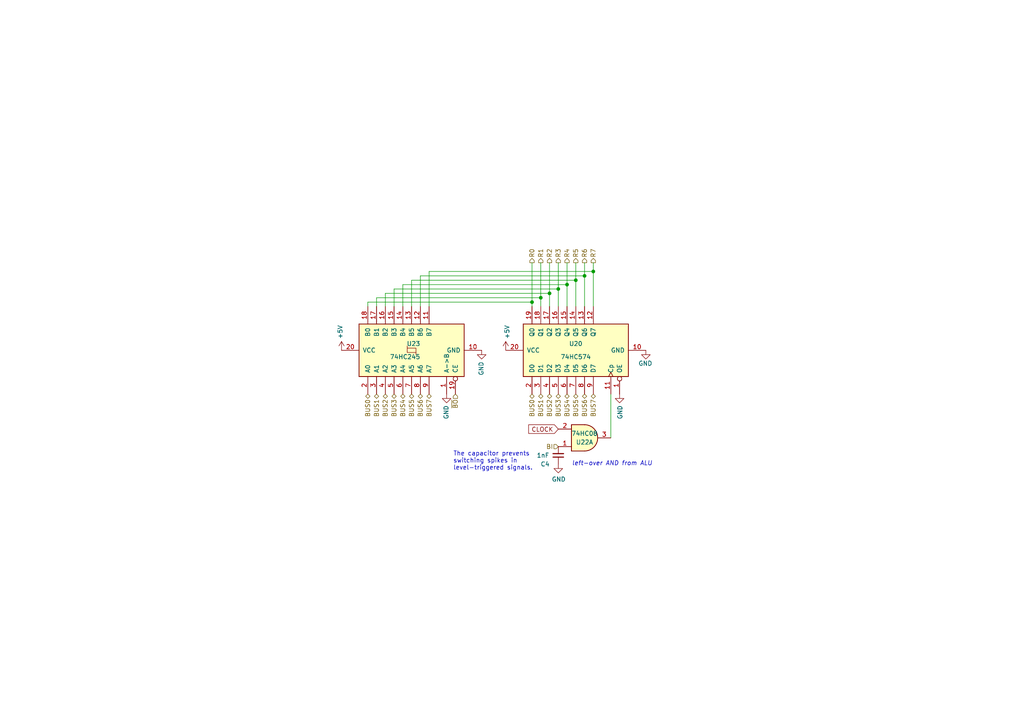
<source format=kicad_sch>
(kicad_sch (version 20211123) (generator eeschema)

  (uuid 7bf351b5-0ca3-402f-bde2-192ed9d3a4d3)

  (paper "A4")

  (title_block
    (title "B Register")
    (date "2022-07-09")
    (rev "1.6")
    (comment 2 "creativecommons.org/licenses/by-nc-sa/3.0/deed.en")
    (comment 3 "License: CC BY-NC-SA 3.0")
    (comment 4 "Author: Carsten Herting (slu4)")
  )

  (lib_symbols
    (symbol "74xx:74HC245" (pin_names (offset 1.016)) (in_bom yes) (on_board yes)
      (property "Reference" "U" (id 0) (at -7.62 16.51 0)
        (effects (font (size 1.27 1.27)))
      )
      (property "Value" "74HC245" (id 1) (at -7.62 -16.51 0)
        (effects (font (size 1.27 1.27)))
      )
      (property "Footprint" "" (id 2) (at 0 0 0)
        (effects (font (size 1.27 1.27)) hide)
      )
      (property "Datasheet" "http://www.ti.com/lit/gpn/sn74HC245" (id 3) (at 0 0 0)
        (effects (font (size 1.27 1.27)) hide)
      )
      (property "ki_locked" "" (id 4) (at 0 0 0)
        (effects (font (size 1.27 1.27)))
      )
      (property "ki_keywords" "HCMOS BUS 3State" (id 5) (at 0 0 0)
        (effects (font (size 1.27 1.27)) hide)
      )
      (property "ki_description" "Octal BUS Transceivers, 3-State outputs" (id 6) (at 0 0 0)
        (effects (font (size 1.27 1.27)) hide)
      )
      (property "ki_fp_filters" "DIP?20*" (id 7) (at 0 0 0)
        (effects (font (size 1.27 1.27)) hide)
      )
      (symbol "74HC245_1_0"
        (polyline
          (pts
            (xy -0.635 -1.27)
            (xy -0.635 1.27)
            (xy 0.635 1.27)
          )
          (stroke (width 0) (type default) (color 0 0 0 0))
          (fill (type none))
        )
        (polyline
          (pts
            (xy -1.27 -1.27)
            (xy 0.635 -1.27)
            (xy 0.635 1.27)
            (xy 1.27 1.27)
          )
          (stroke (width 0) (type default) (color 0 0 0 0))
          (fill (type none))
        )
        (pin input line (at -12.7 -10.16 0) (length 5.08)
          (name "A->B" (effects (font (size 1.27 1.27))))
          (number "1" (effects (font (size 1.27 1.27))))
        )
        (pin power_in line (at 0 -20.32 90) (length 5.08)
          (name "GND" (effects (font (size 1.27 1.27))))
          (number "10" (effects (font (size 1.27 1.27))))
        )
        (pin tri_state line (at 12.7 -5.08 180) (length 5.08)
          (name "B7" (effects (font (size 1.27 1.27))))
          (number "11" (effects (font (size 1.27 1.27))))
        )
        (pin tri_state line (at 12.7 -2.54 180) (length 5.08)
          (name "B6" (effects (font (size 1.27 1.27))))
          (number "12" (effects (font (size 1.27 1.27))))
        )
        (pin tri_state line (at 12.7 0 180) (length 5.08)
          (name "B5" (effects (font (size 1.27 1.27))))
          (number "13" (effects (font (size 1.27 1.27))))
        )
        (pin tri_state line (at 12.7 2.54 180) (length 5.08)
          (name "B4" (effects (font (size 1.27 1.27))))
          (number "14" (effects (font (size 1.27 1.27))))
        )
        (pin tri_state line (at 12.7 5.08 180) (length 5.08)
          (name "B3" (effects (font (size 1.27 1.27))))
          (number "15" (effects (font (size 1.27 1.27))))
        )
        (pin tri_state line (at 12.7 7.62 180) (length 5.08)
          (name "B2" (effects (font (size 1.27 1.27))))
          (number "16" (effects (font (size 1.27 1.27))))
        )
        (pin tri_state line (at 12.7 10.16 180) (length 5.08)
          (name "B1" (effects (font (size 1.27 1.27))))
          (number "17" (effects (font (size 1.27 1.27))))
        )
        (pin tri_state line (at 12.7 12.7 180) (length 5.08)
          (name "B0" (effects (font (size 1.27 1.27))))
          (number "18" (effects (font (size 1.27 1.27))))
        )
        (pin input inverted (at -12.7 -12.7 0) (length 5.08)
          (name "CE" (effects (font (size 1.27 1.27))))
          (number "19" (effects (font (size 1.27 1.27))))
        )
        (pin tri_state line (at -12.7 12.7 0) (length 5.08)
          (name "A0" (effects (font (size 1.27 1.27))))
          (number "2" (effects (font (size 1.27 1.27))))
        )
        (pin power_in line (at 0 20.32 270) (length 5.08)
          (name "VCC" (effects (font (size 1.27 1.27))))
          (number "20" (effects (font (size 1.27 1.27))))
        )
        (pin tri_state line (at -12.7 10.16 0) (length 5.08)
          (name "A1" (effects (font (size 1.27 1.27))))
          (number "3" (effects (font (size 1.27 1.27))))
        )
        (pin tri_state line (at -12.7 7.62 0) (length 5.08)
          (name "A2" (effects (font (size 1.27 1.27))))
          (number "4" (effects (font (size 1.27 1.27))))
        )
        (pin tri_state line (at -12.7 5.08 0) (length 5.08)
          (name "A3" (effects (font (size 1.27 1.27))))
          (number "5" (effects (font (size 1.27 1.27))))
        )
        (pin tri_state line (at -12.7 2.54 0) (length 5.08)
          (name "A4" (effects (font (size 1.27 1.27))))
          (number "6" (effects (font (size 1.27 1.27))))
        )
        (pin tri_state line (at -12.7 0 0) (length 5.08)
          (name "A5" (effects (font (size 1.27 1.27))))
          (number "7" (effects (font (size 1.27 1.27))))
        )
        (pin tri_state line (at -12.7 -2.54 0) (length 5.08)
          (name "A6" (effects (font (size 1.27 1.27))))
          (number "8" (effects (font (size 1.27 1.27))))
        )
        (pin tri_state line (at -12.7 -5.08 0) (length 5.08)
          (name "A7" (effects (font (size 1.27 1.27))))
          (number "9" (effects (font (size 1.27 1.27))))
        )
      )
      (symbol "74HC245_1_1"
        (rectangle (start -7.62 15.24) (end 7.62 -15.24)
          (stroke (width 0.254) (type default) (color 0 0 0 0))
          (fill (type background))
        )
      )
    )
    (symbol "8-Bit CPU 32k:74HC08" (pin_names (offset 1.016)) (in_bom yes) (on_board yes)
      (property "Reference" "U" (id 0) (at 0 1.27 0)
        (effects (font (size 1.27 1.27)))
      )
      (property "Value" "74HC08" (id 1) (at 0 -1.27 0)
        (effects (font (size 1.27 1.27)))
      )
      (property "Footprint" "" (id 2) (at 0 0 0)
        (effects (font (size 1.27 1.27)) hide)
      )
      (property "Datasheet" "http://www.ti.com/lit/gpn/sn74LS08" (id 3) (at 0 0 0)
        (effects (font (size 1.27 1.27)) hide)
      )
      (property "ki_locked" "" (id 4) (at 0 0 0)
        (effects (font (size 1.27 1.27)))
      )
      (property "ki_keywords" "TTL and2" (id 5) (at 0 0 0)
        (effects (font (size 1.27 1.27)) hide)
      )
      (property "ki_description" "Quad And2" (id 6) (at 0 0 0)
        (effects (font (size 1.27 1.27)) hide)
      )
      (property "ki_fp_filters" "DIP*W7.62mm*" (id 7) (at 0 0 0)
        (effects (font (size 1.27 1.27)) hide)
      )
      (symbol "74HC08_1_1"
        (arc (start 0 -3.81) (mid 3.81 0) (end 0 3.81)
          (stroke (width 0.254) (type default) (color 0 0 0 0))
          (fill (type background))
        )
        (polyline
          (pts
            (xy 0 3.81)
            (xy -3.81 3.81)
            (xy -3.81 -3.81)
            (xy 0 -3.81)
          )
          (stroke (width 0.254) (type default) (color 0 0 0 0))
          (fill (type background))
        )
        (pin input line (at -7.62 2.54 0) (length 3.81)
          (name "~" (effects (font (size 1.27 1.27))))
          (number "1" (effects (font (size 1.27 1.27))))
        )
        (pin input line (at -7.62 -2.54 0) (length 3.81)
          (name "~" (effects (font (size 1.27 1.27))))
          (number "2" (effects (font (size 1.27 1.27))))
        )
        (pin output line (at 7.62 0 180) (length 3.81)
          (name "~" (effects (font (size 1.27 1.27))))
          (number "3" (effects (font (size 1.27 1.27))))
        )
      )
      (symbol "74HC08_1_2"
        (arc (start -3.81 -3.81) (mid -2.589 0) (end -3.81 3.81)
          (stroke (width 0.254) (type default) (color 0 0 0 0))
          (fill (type none))
        )
        (arc (start -0.6096 -3.81) (mid 2.1842 -2.5851) (end 3.81 0)
          (stroke (width 0.254) (type default) (color 0 0 0 0))
          (fill (type background))
        )
        (polyline
          (pts
            (xy -3.81 -3.81)
            (xy -0.635 -3.81)
          )
          (stroke (width 0.254) (type default) (color 0 0 0 0))
          (fill (type background))
        )
        (polyline
          (pts
            (xy -3.81 3.81)
            (xy -0.635 3.81)
          )
          (stroke (width 0.254) (type default) (color 0 0 0 0))
          (fill (type background))
        )
        (polyline
          (pts
            (xy -0.635 3.81)
            (xy -3.81 3.81)
            (xy -3.81 3.81)
            (xy -3.556 3.4036)
            (xy -3.0226 2.2606)
            (xy -2.6924 1.0414)
            (xy -2.6162 -0.254)
            (xy -2.7686 -1.4986)
            (xy -3.175 -2.7178)
            (xy -3.81 -3.81)
            (xy -3.81 -3.81)
            (xy -0.635 -3.81)
          )
          (stroke (width -25.4) (type default) (color 0 0 0 0))
          (fill (type background))
        )
        (arc (start 3.81 0) (mid 2.1915 2.5936) (end -0.6096 3.81)
          (stroke (width 0.254) (type default) (color 0 0 0 0))
          (fill (type background))
        )
        (pin input inverted (at -7.62 2.54 0) (length 4.318)
          (name "~" (effects (font (size 1.27 1.27))))
          (number "1" (effects (font (size 1.27 1.27))))
        )
        (pin input inverted (at -7.62 -2.54 0) (length 4.318)
          (name "~" (effects (font (size 1.27 1.27))))
          (number "2" (effects (font (size 1.27 1.27))))
        )
        (pin output inverted (at 7.62 0 180) (length 3.81)
          (name "~" (effects (font (size 1.27 1.27))))
          (number "3" (effects (font (size 1.27 1.27))))
        )
      )
      (symbol "74HC08_2_1"
        (arc (start 0 -3.81) (mid 3.81 0) (end 0 3.81)
          (stroke (width 0.254) (type default) (color 0 0 0 0))
          (fill (type background))
        )
        (polyline
          (pts
            (xy 0 3.81)
            (xy -3.81 3.81)
            (xy -3.81 -3.81)
            (xy 0 -3.81)
          )
          (stroke (width 0.254) (type default) (color 0 0 0 0))
          (fill (type background))
        )
        (pin input line (at -7.62 2.54 0) (length 3.81)
          (name "~" (effects (font (size 1.27 1.27))))
          (number "4" (effects (font (size 1.27 1.27))))
        )
        (pin input line (at -7.62 -2.54 0) (length 3.81)
          (name "~" (effects (font (size 1.27 1.27))))
          (number "5" (effects (font (size 1.27 1.27))))
        )
        (pin output line (at 7.62 0 180) (length 3.81)
          (name "~" (effects (font (size 1.27 1.27))))
          (number "6" (effects (font (size 1.27 1.27))))
        )
      )
      (symbol "74HC08_2_2"
        (arc (start -3.81 -3.81) (mid -2.589 0) (end -3.81 3.81)
          (stroke (width 0.254) (type default) (color 0 0 0 0))
          (fill (type none))
        )
        (arc (start -0.6096 -3.81) (mid 2.1842 -2.5851) (end 3.81 0)
          (stroke (width 0.254) (type default) (color 0 0 0 0))
          (fill (type background))
        )
        (polyline
          (pts
            (xy -3.81 -3.81)
            (xy -0.635 -3.81)
          )
          (stroke (width 0.254) (type default) (color 0 0 0 0))
          (fill (type background))
        )
        (polyline
          (pts
            (xy -3.81 3.81)
            (xy -0.635 3.81)
          )
          (stroke (width 0.254) (type default) (color 0 0 0 0))
          (fill (type background))
        )
        (polyline
          (pts
            (xy -0.635 3.81)
            (xy -3.81 3.81)
            (xy -3.81 3.81)
            (xy -3.556 3.4036)
            (xy -3.0226 2.2606)
            (xy -2.6924 1.0414)
            (xy -2.6162 -0.254)
            (xy -2.7686 -1.4986)
            (xy -3.175 -2.7178)
            (xy -3.81 -3.81)
            (xy -3.81 -3.81)
            (xy -0.635 -3.81)
          )
          (stroke (width -25.4) (type default) (color 0 0 0 0))
          (fill (type background))
        )
        (arc (start 3.81 0) (mid 2.1915 2.5936) (end -0.6096 3.81)
          (stroke (width 0.254) (type default) (color 0 0 0 0))
          (fill (type background))
        )
        (pin input inverted (at -7.62 2.54 0) (length 4.318)
          (name "~" (effects (font (size 1.27 1.27))))
          (number "4" (effects (font (size 1.27 1.27))))
        )
        (pin input inverted (at -7.62 -2.54 0) (length 4.318)
          (name "~" (effects (font (size 1.27 1.27))))
          (number "5" (effects (font (size 1.27 1.27))))
        )
        (pin output inverted (at 7.62 0 180) (length 3.81)
          (name "~" (effects (font (size 1.27 1.27))))
          (number "6" (effects (font (size 1.27 1.27))))
        )
      )
      (symbol "74HC08_3_1"
        (arc (start 0 -3.81) (mid 3.81 0) (end 0 3.81)
          (stroke (width 0.254) (type default) (color 0 0 0 0))
          (fill (type background))
        )
        (polyline
          (pts
            (xy 0 3.81)
            (xy -3.81 3.81)
            (xy -3.81 -3.81)
            (xy 0 -3.81)
          )
          (stroke (width 0.254) (type default) (color 0 0 0 0))
          (fill (type background))
        )
        (pin input line (at -7.62 -2.54 0) (length 3.81)
          (name "~" (effects (font (size 1.27 1.27))))
          (number "10" (effects (font (size 1.27 1.27))))
        )
        (pin output line (at 7.62 0 180) (length 3.81)
          (name "~" (effects (font (size 1.27 1.27))))
          (number "8" (effects (font (size 1.27 1.27))))
        )
        (pin input line (at -7.62 2.54 0) (length 3.81)
          (name "~" (effects (font (size 1.27 1.27))))
          (number "9" (effects (font (size 1.27 1.27))))
        )
      )
      (symbol "74HC08_3_2"
        (arc (start -3.81 -3.81) (mid -2.589 0) (end -3.81 3.81)
          (stroke (width 0.254) (type default) (color 0 0 0 0))
          (fill (type none))
        )
        (arc (start -0.6096 -3.81) (mid 2.1842 -2.5851) (end 3.81 0)
          (stroke (width 0.254) (type default) (color 0 0 0 0))
          (fill (type background))
        )
        (polyline
          (pts
            (xy -3.81 -3.81)
            (xy -0.635 -3.81)
          )
          (stroke (width 0.254) (type default) (color 0 0 0 0))
          (fill (type background))
        )
        (polyline
          (pts
            (xy -3.81 3.81)
            (xy -0.635 3.81)
          )
          (stroke (width 0.254) (type default) (color 0 0 0 0))
          (fill (type background))
        )
        (polyline
          (pts
            (xy -0.635 3.81)
            (xy -3.81 3.81)
            (xy -3.81 3.81)
            (xy -3.556 3.4036)
            (xy -3.0226 2.2606)
            (xy -2.6924 1.0414)
            (xy -2.6162 -0.254)
            (xy -2.7686 -1.4986)
            (xy -3.175 -2.7178)
            (xy -3.81 -3.81)
            (xy -3.81 -3.81)
            (xy -0.635 -3.81)
          )
          (stroke (width -25.4) (type default) (color 0 0 0 0))
          (fill (type background))
        )
        (arc (start 3.81 0) (mid 2.1915 2.5936) (end -0.6096 3.81)
          (stroke (width 0.254) (type default) (color 0 0 0 0))
          (fill (type background))
        )
        (pin input inverted (at -7.62 -2.54 0) (length 4.318)
          (name "~" (effects (font (size 1.27 1.27))))
          (number "10" (effects (font (size 1.27 1.27))))
        )
        (pin output inverted (at 7.62 0 180) (length 3.81)
          (name "~" (effects (font (size 1.27 1.27))))
          (number "8" (effects (font (size 1.27 1.27))))
        )
        (pin input inverted (at -7.62 2.54 0) (length 4.318)
          (name "~" (effects (font (size 1.27 1.27))))
          (number "9" (effects (font (size 1.27 1.27))))
        )
      )
      (symbol "74HC08_4_1"
        (arc (start 0 -3.81) (mid 3.81 0) (end 0 3.81)
          (stroke (width 0.254) (type default) (color 0 0 0 0))
          (fill (type background))
        )
        (polyline
          (pts
            (xy 0 3.81)
            (xy -3.81 3.81)
            (xy -3.81 -3.81)
            (xy 0 -3.81)
          )
          (stroke (width 0.254) (type default) (color 0 0 0 0))
          (fill (type background))
        )
        (pin output line (at 7.62 0 180) (length 3.81)
          (name "~" (effects (font (size 1.27 1.27))))
          (number "11" (effects (font (size 1.27 1.27))))
        )
        (pin input line (at -7.62 2.54 0) (length 3.81)
          (name "~" (effects (font (size 1.27 1.27))))
          (number "12" (effects (font (size 1.27 1.27))))
        )
        (pin input line (at -7.62 -2.54 0) (length 3.81)
          (name "~" (effects (font (size 1.27 1.27))))
          (number "13" (effects (font (size 1.27 1.27))))
        )
      )
      (symbol "74HC08_4_2"
        (arc (start -3.81 -3.81) (mid -2.589 0) (end -3.81 3.81)
          (stroke (width 0.254) (type default) (color 0 0 0 0))
          (fill (type none))
        )
        (arc (start -0.6096 -3.81) (mid 2.1842 -2.5851) (end 3.81 0)
          (stroke (width 0.254) (type default) (color 0 0 0 0))
          (fill (type background))
        )
        (polyline
          (pts
            (xy -3.81 -3.81)
            (xy -0.635 -3.81)
          )
          (stroke (width 0.254) (type default) (color 0 0 0 0))
          (fill (type background))
        )
        (polyline
          (pts
            (xy -3.81 3.81)
            (xy -0.635 3.81)
          )
          (stroke (width 0.254) (type default) (color 0 0 0 0))
          (fill (type background))
        )
        (polyline
          (pts
            (xy -0.635 3.81)
            (xy -3.81 3.81)
            (xy -3.81 3.81)
            (xy -3.556 3.4036)
            (xy -3.0226 2.2606)
            (xy -2.6924 1.0414)
            (xy -2.6162 -0.254)
            (xy -2.7686 -1.4986)
            (xy -3.175 -2.7178)
            (xy -3.81 -3.81)
            (xy -3.81 -3.81)
            (xy -0.635 -3.81)
          )
          (stroke (width -25.4) (type default) (color 0 0 0 0))
          (fill (type background))
        )
        (arc (start 3.81 0) (mid 2.1915 2.5936) (end -0.6096 3.81)
          (stroke (width 0.254) (type default) (color 0 0 0 0))
          (fill (type background))
        )
        (pin output inverted (at 7.62 0 180) (length 3.81)
          (name "~" (effects (font (size 1.27 1.27))))
          (number "11" (effects (font (size 1.27 1.27))))
        )
        (pin input inverted (at -7.62 2.54 0) (length 4.318)
          (name "~" (effects (font (size 1.27 1.27))))
          (number "12" (effects (font (size 1.27 1.27))))
        )
        (pin input inverted (at -7.62 -2.54 0) (length 4.318)
          (name "~" (effects (font (size 1.27 1.27))))
          (number "13" (effects (font (size 1.27 1.27))))
        )
      )
      (symbol "74HC08_5_0"
        (pin power_in line (at 0 12.7 270) (length 5.08)
          (name "VCC" (effects (font (size 1.27 1.27))))
          (number "14" (effects (font (size 1.27 1.27))))
        )
        (pin power_in line (at 0 -12.7 90) (length 5.08)
          (name "GND" (effects (font (size 1.27 1.27))))
          (number "7" (effects (font (size 1.27 1.27))))
        )
      )
      (symbol "74HC08_5_1"
        (rectangle (start -5.08 7.62) (end 5.08 -7.62)
          (stroke (width 0.254) (type default) (color 0 0 0 0))
          (fill (type background))
        )
      )
    )
    (symbol "8-Bit CPU 32k:74HC574" (pin_names (offset 1.016)) (in_bom yes) (on_board yes)
      (property "Reference" "U" (id 0) (at -7.62 16.51 0)
        (effects (font (size 1.27 1.27)))
      )
      (property "Value" "74HC574" (id 1) (at -7.62 -16.51 0)
        (effects (font (size 1.27 1.27)))
      )
      (property "Footprint" "" (id 2) (at 0 0 0)
        (effects (font (size 1.27 1.27)) hide)
      )
      (property "Datasheet" "http://www.ti.com/lit/gpn/sn74LS574" (id 3) (at 0 0 0)
        (effects (font (size 1.27 1.27)) hide)
      )
      (property "ki_locked" "" (id 4) (at 0 0 0)
        (effects (font (size 1.27 1.27)))
      )
      (property "ki_keywords" "TTL REG DFF DFF8 3State" (id 5) (at 0 0 0)
        (effects (font (size 1.27 1.27)) hide)
      )
      (property "ki_description" "8-bit Register, 3-state outputs" (id 6) (at 0 0 0)
        (effects (font (size 1.27 1.27)) hide)
      )
      (property "ki_fp_filters" "DIP?20*" (id 7) (at 0 0 0)
        (effects (font (size 1.27 1.27)) hide)
      )
      (symbol "74HC574_1_0"
        (pin input inverted (at -12.7 -12.7 0) (length 5.08)
          (name "OE" (effects (font (size 1.27 1.27))))
          (number "1" (effects (font (size 1.27 1.27))))
        )
        (pin power_in line (at 0 -20.32 90) (length 5.08)
          (name "GND" (effects (font (size 1.27 1.27))))
          (number "10" (effects (font (size 1.27 1.27))))
        )
        (pin input clock (at -12.7 -10.16 0) (length 5.08)
          (name "Cp" (effects (font (size 1.27 1.27))))
          (number "11" (effects (font (size 1.27 1.27))))
        )
        (pin tri_state line (at 12.7 -5.08 180) (length 5.08)
          (name "Q7" (effects (font (size 1.27 1.27))))
          (number "12" (effects (font (size 1.27 1.27))))
        )
        (pin tri_state line (at 12.7 -2.54 180) (length 5.08)
          (name "Q6" (effects (font (size 1.27 1.27))))
          (number "13" (effects (font (size 1.27 1.27))))
        )
        (pin tri_state line (at 12.7 0 180) (length 5.08)
          (name "Q5" (effects (font (size 1.27 1.27))))
          (number "14" (effects (font (size 1.27 1.27))))
        )
        (pin tri_state line (at 12.7 2.54 180) (length 5.08)
          (name "Q4" (effects (font (size 1.27 1.27))))
          (number "15" (effects (font (size 1.27 1.27))))
        )
        (pin tri_state line (at 12.7 5.08 180) (length 5.08)
          (name "Q3" (effects (font (size 1.27 1.27))))
          (number "16" (effects (font (size 1.27 1.27))))
        )
        (pin tri_state line (at 12.7 7.62 180) (length 5.08)
          (name "Q2" (effects (font (size 1.27 1.27))))
          (number "17" (effects (font (size 1.27 1.27))))
        )
        (pin tri_state line (at 12.7 10.16 180) (length 5.08)
          (name "Q1" (effects (font (size 1.27 1.27))))
          (number "18" (effects (font (size 1.27 1.27))))
        )
        (pin tri_state line (at 12.7 12.7 180) (length 5.08)
          (name "Q0" (effects (font (size 1.27 1.27))))
          (number "19" (effects (font (size 1.27 1.27))))
        )
        (pin input line (at -12.7 12.7 0) (length 5.08)
          (name "D0" (effects (font (size 1.27 1.27))))
          (number "2" (effects (font (size 1.27 1.27))))
        )
        (pin power_in line (at 0 20.32 270) (length 5.08)
          (name "VCC" (effects (font (size 1.27 1.27))))
          (number "20" (effects (font (size 1.27 1.27))))
        )
        (pin input line (at -12.7 10.16 0) (length 5.08)
          (name "D1" (effects (font (size 1.27 1.27))))
          (number "3" (effects (font (size 1.27 1.27))))
        )
        (pin input line (at -12.7 7.62 0) (length 5.08)
          (name "D2" (effects (font (size 1.27 1.27))))
          (number "4" (effects (font (size 1.27 1.27))))
        )
        (pin input line (at -12.7 5.08 0) (length 5.08)
          (name "D3" (effects (font (size 1.27 1.27))))
          (number "5" (effects (font (size 1.27 1.27))))
        )
        (pin input line (at -12.7 2.54 0) (length 5.08)
          (name "D4" (effects (font (size 1.27 1.27))))
          (number "6" (effects (font (size 1.27 1.27))))
        )
        (pin input line (at -12.7 0 0) (length 5.08)
          (name "D5" (effects (font (size 1.27 1.27))))
          (number "7" (effects (font (size 1.27 1.27))))
        )
        (pin input line (at -12.7 -2.54 0) (length 5.08)
          (name "D6" (effects (font (size 1.27 1.27))))
          (number "8" (effects (font (size 1.27 1.27))))
        )
        (pin input line (at -12.7 -5.08 0) (length 5.08)
          (name "D7" (effects (font (size 1.27 1.27))))
          (number "9" (effects (font (size 1.27 1.27))))
        )
      )
      (symbol "74HC574_1_1"
        (rectangle (start -7.62 15.24) (end 7.62 -15.24)
          (stroke (width 0.254) (type default) (color 0 0 0 0))
          (fill (type background))
        )
      )
    )
    (symbol "Device:C_Small" (pin_numbers hide) (pin_names (offset 0.254) hide) (in_bom yes) (on_board yes)
      (property "Reference" "C" (id 0) (at 0.254 1.778 0)
        (effects (font (size 1.27 1.27)) (justify left))
      )
      (property "Value" "C_Small" (id 1) (at 0.254 -2.032 0)
        (effects (font (size 1.27 1.27)) (justify left))
      )
      (property "Footprint" "" (id 2) (at 0 0 0)
        (effects (font (size 1.27 1.27)) hide)
      )
      (property "Datasheet" "~" (id 3) (at 0 0 0)
        (effects (font (size 1.27 1.27)) hide)
      )
      (property "ki_keywords" "capacitor cap" (id 4) (at 0 0 0)
        (effects (font (size 1.27 1.27)) hide)
      )
      (property "ki_description" "Unpolarized capacitor, small symbol" (id 5) (at 0 0 0)
        (effects (font (size 1.27 1.27)) hide)
      )
      (property "ki_fp_filters" "C_*" (id 6) (at 0 0 0)
        (effects (font (size 1.27 1.27)) hide)
      )
      (symbol "C_Small_0_1"
        (polyline
          (pts
            (xy -1.524 -0.508)
            (xy 1.524 -0.508)
          )
          (stroke (width 0.3302) (type default) (color 0 0 0 0))
          (fill (type none))
        )
        (polyline
          (pts
            (xy -1.524 0.508)
            (xy 1.524 0.508)
          )
          (stroke (width 0.3048) (type default) (color 0 0 0 0))
          (fill (type none))
        )
      )
      (symbol "C_Small_1_1"
        (pin passive line (at 0 2.54 270) (length 2.032)
          (name "~" (effects (font (size 1.27 1.27))))
          (number "1" (effects (font (size 1.27 1.27))))
        )
        (pin passive line (at 0 -2.54 90) (length 2.032)
          (name "~" (effects (font (size 1.27 1.27))))
          (number "2" (effects (font (size 1.27 1.27))))
        )
      )
    )
    (symbol "power:+5V" (power) (pin_names (offset 0)) (in_bom yes) (on_board yes)
      (property "Reference" "#PWR" (id 0) (at 0 -3.81 0)
        (effects (font (size 1.27 1.27)) hide)
      )
      (property "Value" "+5V" (id 1) (at 0 3.556 0)
        (effects (font (size 1.27 1.27)))
      )
      (property "Footprint" "" (id 2) (at 0 0 0)
        (effects (font (size 1.27 1.27)) hide)
      )
      (property "Datasheet" "" (id 3) (at 0 0 0)
        (effects (font (size 1.27 1.27)) hide)
      )
      (property "ki_keywords" "power-flag" (id 4) (at 0 0 0)
        (effects (font (size 1.27 1.27)) hide)
      )
      (property "ki_description" "Power symbol creates a global label with name \"+5V\"" (id 5) (at 0 0 0)
        (effects (font (size 1.27 1.27)) hide)
      )
      (symbol "+5V_0_1"
        (polyline
          (pts
            (xy -0.762 1.27)
            (xy 0 2.54)
          )
          (stroke (width 0) (type default) (color 0 0 0 0))
          (fill (type none))
        )
        (polyline
          (pts
            (xy 0 0)
            (xy 0 2.54)
          )
          (stroke (width 0) (type default) (color 0 0 0 0))
          (fill (type none))
        )
        (polyline
          (pts
            (xy 0 2.54)
            (xy 0.762 1.27)
          )
          (stroke (width 0) (type default) (color 0 0 0 0))
          (fill (type none))
        )
      )
      (symbol "+5V_1_1"
        (pin power_in line (at 0 0 90) (length 0) hide
          (name "+5V" (effects (font (size 1.27 1.27))))
          (number "1" (effects (font (size 1.27 1.27))))
        )
      )
    )
    (symbol "power:GND" (power) (pin_names (offset 0)) (in_bom yes) (on_board yes)
      (property "Reference" "#PWR" (id 0) (at 0 -6.35 0)
        (effects (font (size 1.27 1.27)) hide)
      )
      (property "Value" "GND" (id 1) (at 0 -3.81 0)
        (effects (font (size 1.27 1.27)))
      )
      (property "Footprint" "" (id 2) (at 0 0 0)
        (effects (font (size 1.27 1.27)) hide)
      )
      (property "Datasheet" "" (id 3) (at 0 0 0)
        (effects (font (size 1.27 1.27)) hide)
      )
      (property "ki_keywords" "power-flag" (id 4) (at 0 0 0)
        (effects (font (size 1.27 1.27)) hide)
      )
      (property "ki_description" "Power symbol creates a global label with name \"GND\" , ground" (id 5) (at 0 0 0)
        (effects (font (size 1.27 1.27)) hide)
      )
      (symbol "GND_0_1"
        (polyline
          (pts
            (xy 0 0)
            (xy 0 -1.27)
            (xy 1.27 -1.27)
            (xy 0 -2.54)
            (xy -1.27 -1.27)
            (xy 0 -1.27)
          )
          (stroke (width 0) (type default) (color 0 0 0 0))
          (fill (type none))
        )
      )
      (symbol "GND_1_1"
        (pin power_in line (at 0 0 270) (length 0) hide
          (name "GND" (effects (font (size 1.27 1.27))))
          (number "1" (effects (font (size 1.27 1.27))))
        )
      )
    )
  )

  (junction (at 154.305 87.63) (diameter 0) (color 0 0 0 0)
    (uuid 05be4efb-d386-44de-b1fa-fb5bfaead741)
  )
  (junction (at 164.465 82.55) (diameter 0) (color 0 0 0 0)
    (uuid 3788e650-8f95-4217-a513-3b430b913278)
  )
  (junction (at 159.385 85.09) (diameter 0) (color 0 0 0 0)
    (uuid 4a976d76-7ab9-4fd0-9197-f41194f98343)
  )
  (junction (at 161.925 83.82) (diameter 0) (color 0 0 0 0)
    (uuid 6c0fe6c3-3768-4ea6-af51-dc0aeeac1ed0)
  )
  (junction (at 172.085 78.74) (diameter 0) (color 0 0 0 0)
    (uuid a02d2519-1601-47d2-8b63-1604ba8f78db)
  )
  (junction (at 169.545 80.01) (diameter 0) (color 0 0 0 0)
    (uuid ba84ae49-5503-4d51-a1a0-14c14e086859)
  )
  (junction (at 167.005 81.28) (diameter 0) (color 0 0 0 0)
    (uuid e4e2f98c-2274-4183-a9ca-c4e1a72a4f35)
  )
  (junction (at 156.845 86.36) (diameter 0) (color 0 0 0 0)
    (uuid f1962bf3-9b87-4e4b-91f8-6ef4913cc80f)
  )

  (wire (pts (xy 169.545 88.9) (xy 169.545 80.01))
    (stroke (width 0) (type default) (color 0 0 0 0))
    (uuid 12decf02-08c9-49b3-b3b0-c2980b46d982)
  )
  (wire (pts (xy 169.545 80.01) (xy 121.92 80.01))
    (stroke (width 0) (type default) (color 0 0 0 0))
    (uuid 1533a7c0-1f94-4975-b9fa-0b5fb280dad9)
  )
  (wire (pts (xy 164.465 76.2) (xy 164.465 82.55))
    (stroke (width 0) (type default) (color 0 0 0 0))
    (uuid 1e4046c1-bc55-4570-866a-b29fe2b67aa9)
  )
  (wire (pts (xy 164.465 82.55) (xy 164.465 88.9))
    (stroke (width 0) (type default) (color 0 0 0 0))
    (uuid 1f7ce848-ecd1-48f6-b968-b569545e5afe)
  )
  (wire (pts (xy 119.38 81.28) (xy 167.005 81.28))
    (stroke (width 0) (type default) (color 0 0 0 0))
    (uuid 21bea45c-92dd-4e03-bd56-475bde6c6b6f)
  )
  (wire (pts (xy 116.84 82.55) (xy 164.465 82.55))
    (stroke (width 0) (type default) (color 0 0 0 0))
    (uuid 2d919865-bb91-4d23-b101-3c55da61dc7a)
  )
  (wire (pts (xy 172.085 78.74) (xy 172.085 88.9))
    (stroke (width 0) (type default) (color 0 0 0 0))
    (uuid 2f5aa74f-9ee3-49c8-8884-2e08706a46e1)
  )
  (wire (pts (xy 154.305 76.2) (xy 154.305 87.63))
    (stroke (width 0) (type default) (color 0 0 0 0))
    (uuid 37d1a1cc-6a20-4354-88fa-29b7adc03b17)
  )
  (wire (pts (xy 169.545 76.2) (xy 169.545 80.01))
    (stroke (width 0) (type default) (color 0 0 0 0))
    (uuid 39d47491-f673-4f20-9c93-f6aa5b2e2e3f)
  )
  (wire (pts (xy 111.76 85.09) (xy 111.76 88.9))
    (stroke (width 0) (type default) (color 0 0 0 0))
    (uuid 4f1cec83-d603-4acb-91e0-7bb12dab82f9)
  )
  (wire (pts (xy 172.085 76.2) (xy 172.085 78.74))
    (stroke (width 0) (type default) (color 0 0 0 0))
    (uuid 4fb6f226-d78a-4cc8-9c36-1c0597d255a5)
  )
  (wire (pts (xy 114.3 83.82) (xy 114.3 88.9))
    (stroke (width 0) (type default) (color 0 0 0 0))
    (uuid 57e2111f-8ff5-4315-aded-574f99815ed4)
  )
  (wire (pts (xy 154.305 88.9) (xy 154.305 87.63))
    (stroke (width 0) (type default) (color 0 0 0 0))
    (uuid 5a71569d-67f7-4b6b-96d2-87c44eac1777)
  )
  (wire (pts (xy 121.92 80.01) (xy 121.92 88.9))
    (stroke (width 0) (type default) (color 0 0 0 0))
    (uuid 6f2fedfa-02d6-475a-b378-39ff5356711f)
  )
  (wire (pts (xy 156.845 76.2) (xy 156.845 86.36))
    (stroke (width 0) (type default) (color 0 0 0 0))
    (uuid 70f577a4-2178-40d2-b0be-17682b48b6ba)
  )
  (wire (pts (xy 177.165 127) (xy 177.165 114.3))
    (stroke (width 0) (type default) (color 0 0 0 0))
    (uuid 72f51cbc-0f56-4ae6-9096-564563ae4d2f)
  )
  (wire (pts (xy 124.46 78.74) (xy 124.46 88.9))
    (stroke (width 0) (type default) (color 0 0 0 0))
    (uuid 83f511a8-3815-49dd-aca0-1a559bd74f1c)
  )
  (wire (pts (xy 167.005 81.28) (xy 167.005 88.9))
    (stroke (width 0) (type default) (color 0 0 0 0))
    (uuid 94f99fe1-032e-4ec7-97d5-18352c02a993)
  )
  (wire (pts (xy 159.385 85.09) (xy 159.385 88.9))
    (stroke (width 0) (type default) (color 0 0 0 0))
    (uuid 97d01ba0-ec9a-4bf8-b0e7-f9a422154c74)
  )
  (wire (pts (xy 156.845 86.36) (xy 156.845 88.9))
    (stroke (width 0) (type default) (color 0 0 0 0))
    (uuid b180a248-42bb-4eaa-a4ae-02aae6bbf303)
  )
  (wire (pts (xy 159.385 76.2) (xy 159.385 85.09))
    (stroke (width 0) (type default) (color 0 0 0 0))
    (uuid b408dc23-184c-48e7-a654-e3161ebde191)
  )
  (wire (pts (xy 167.005 76.2) (xy 167.005 81.28))
    (stroke (width 0) (type default) (color 0 0 0 0))
    (uuid b5c7cfa0-0038-4cb8-abd1-93fa8ffe13d9)
  )
  (wire (pts (xy 161.925 88.9) (xy 161.925 83.82))
    (stroke (width 0) (type default) (color 0 0 0 0))
    (uuid bd125982-0891-4bff-9d98-46c74088b3bb)
  )
  (wire (pts (xy 161.925 83.82) (xy 114.3 83.82))
    (stroke (width 0) (type default) (color 0 0 0 0))
    (uuid d4ca8b08-bb46-46a1-803f-015a90d7c555)
  )
  (wire (pts (xy 111.76 85.09) (xy 159.385 85.09))
    (stroke (width 0) (type default) (color 0 0 0 0))
    (uuid d5d92da5-4dc0-4398-b4a7-0e9b5c4ca8fc)
  )
  (wire (pts (xy 154.305 87.63) (xy 106.68 87.63))
    (stroke (width 0) (type default) (color 0 0 0 0))
    (uuid dbbeacab-6c2d-4920-9afb-917e17a8f93c)
  )
  (wire (pts (xy 109.22 86.36) (xy 109.22 88.9))
    (stroke (width 0) (type default) (color 0 0 0 0))
    (uuid e7d045c3-551e-4933-98ed-c86c0a69d3b2)
  )
  (wire (pts (xy 161.925 76.2) (xy 161.925 83.82))
    (stroke (width 0) (type default) (color 0 0 0 0))
    (uuid e97b27d9-8d75-4145-a54b-558d30bf59f2)
  )
  (wire (pts (xy 124.46 78.74) (xy 172.085 78.74))
    (stroke (width 0) (type default) (color 0 0 0 0))
    (uuid f10b79bc-5744-4b2e-978f-fa66c7597cc1)
  )
  (wire (pts (xy 119.38 81.28) (xy 119.38 88.9))
    (stroke (width 0) (type default) (color 0 0 0 0))
    (uuid f5360aee-8562-4f08-a66e-ba35ac17d084)
  )
  (wire (pts (xy 106.68 87.63) (xy 106.68 88.9))
    (stroke (width 0) (type default) (color 0 0 0 0))
    (uuid f5e2af91-8f40-4609-a97a-216b8cda4e98)
  )
  (wire (pts (xy 116.84 82.55) (xy 116.84 88.9))
    (stroke (width 0) (type default) (color 0 0 0 0))
    (uuid fb614240-5481-4195-ab59-6b2fb5270865)
  )
  (wire (pts (xy 109.22 86.36) (xy 156.845 86.36))
    (stroke (width 0) (type default) (color 0 0 0 0))
    (uuid fbf81380-0873-4633-afd0-00dede9d55a6)
  )

  (text "The capacitor prevents\nswitching spikes in\nlevel-triggered signals."
    (at 131.445 136.525 0)
    (effects (font (size 1.27 1.27)) (justify left bottom))
    (uuid 3e3e41ea-1745-4f49-bf3a-32b32cedbd33)
  )
  (text "left-over AND from ALU" (at 189.23 135.255 180)
    (effects (font (size 1.27 1.27) italic) (justify right bottom))
    (uuid 63c48da6-ead1-4501-b11c-2a9c5f758e09)
  )

  (global_label "CLOCK" (shape input) (at 161.925 124.46 180) (fields_autoplaced)
    (effects (font (size 1.27 1.27)) (justify right))
    (uuid 6a4cefd4-1325-43e4-a927-14d61d719823)
    (property "Intersheet References" "${INTERSHEET_REFS}" (id 0) (at 153.4322 124.3806 0)
      (effects (font (size 1.27 1.27)) (justify right) hide)
    )
  )

  (hierarchical_label "BUS1" (shape bidirectional) (at 156.845 114.3 270)
    (effects (font (size 1.27 1.27)) (justify right))
    (uuid 18607633-8ea9-4a89-9fc9-e5bf53550217)
  )
  (hierarchical_label "BUS4" (shape bidirectional) (at 164.465 114.3 270)
    (effects (font (size 1.27 1.27)) (justify right))
    (uuid 1e125da0-390d-41dc-8bc7-00de24f89ae6)
  )
  (hierarchical_label "BUS7" (shape bidirectional) (at 124.46 114.3 270)
    (effects (font (size 1.27 1.27)) (justify right))
    (uuid 23fcfc94-fb52-47dc-b3e7-1f619bb10ce3)
  )
  (hierarchical_label "BUS2" (shape bidirectional) (at 159.385 114.3 270)
    (effects (font (size 1.27 1.27)) (justify right))
    (uuid 2e9a3e75-74c6-4f6e-b84d-d777857d3163)
  )
  (hierarchical_label "BUS2" (shape bidirectional) (at 111.76 114.3 270)
    (effects (font (size 1.27 1.27)) (justify right))
    (uuid 30abc0a8-bcac-4a93-87c9-53138cde3392)
  )
  (hierarchical_label "R3" (shape output) (at 161.925 76.2 90)
    (effects (font (size 1.27 1.27)) (justify left))
    (uuid 341288e0-ff15-45b1-88b7-420958cfcdac)
  )
  (hierarchical_label "R1" (shape output) (at 156.845 76.2 90)
    (effects (font (size 1.27 1.27)) (justify left))
    (uuid 34475bd5-62e5-45ce-96bc-9935f6eb2f08)
  )
  (hierarchical_label "BI" (shape input) (at 161.925 129.54 180)
    (effects (font (size 1.27 1.27)) (justify right))
    (uuid 48701a80-abde-43fc-8a56-ffde322e219f)
  )
  (hierarchical_label "R2" (shape output) (at 159.385 76.2 90)
    (effects (font (size 1.27 1.27)) (justify left))
    (uuid 5f80b45f-efbb-4fcd-8419-0122aebd7630)
  )
  (hierarchical_label "R6" (shape output) (at 169.545 76.2 90)
    (effects (font (size 1.27 1.27)) (justify left))
    (uuid 653e45bd-0ec8-4b0e-a83e-f26cd4ccdf0c)
  )
  (hierarchical_label "BUS5" (shape bidirectional) (at 119.38 114.3 270)
    (effects (font (size 1.27 1.27)) (justify right))
    (uuid 66ca235d-fbd2-4170-b010-8f9782a92f14)
  )
  (hierarchical_label "BUS3" (shape bidirectional) (at 114.3 114.3 270)
    (effects (font (size 1.27 1.27)) (justify right))
    (uuid 691e8dba-ee4f-4d13-bc8b-0e8920130e75)
  )
  (hierarchical_label "BUS0" (shape bidirectional) (at 154.305 114.3 270)
    (effects (font (size 1.27 1.27)) (justify right))
    (uuid 6a035c91-0873-43d3-83e9-51439c75e3fd)
  )
  (hierarchical_label "R7" (shape output) (at 172.085 76.2 90)
    (effects (font (size 1.27 1.27)) (justify left))
    (uuid 71fffc9d-a534-4518-8953-fa0f52501615)
  )
  (hierarchical_label "BUS3" (shape bidirectional) (at 161.925 114.3 270)
    (effects (font (size 1.27 1.27)) (justify right))
    (uuid 75d70c74-8b62-4de2-8ffc-ba2482190b27)
  )
  (hierarchical_label "BUS6" (shape bidirectional) (at 121.92 114.3 270)
    (effects (font (size 1.27 1.27)) (justify right))
    (uuid 771f1f83-8ead-4344-9515-082e106dee27)
  )
  (hierarchical_label "BUS0" (shape bidirectional) (at 106.68 114.3 270)
    (effects (font (size 1.27 1.27)) (justify right))
    (uuid 93233137-50e5-49ab-aa48-e8124a4f4d57)
  )
  (hierarchical_label "R0" (shape output) (at 154.305 76.2 90)
    (effects (font (size 1.27 1.27)) (justify left))
    (uuid 95ef4bbb-7b06-4fb1-bf27-ad62c54c9905)
  )
  (hierarchical_label "R4" (shape output) (at 164.465 76.2 90)
    (effects (font (size 1.27 1.27)) (justify left))
    (uuid a1e04d83-cc49-4f23-b418-971dba923148)
  )
  (hierarchical_label "~{BO}" (shape input) (at 132.08 114.3 270)
    (effects (font (size 1.27 1.27)) (justify right))
    (uuid ac6c78ca-8fea-47d1-b878-7407f3619a9c)
  )
  (hierarchical_label "BUS6" (shape bidirectional) (at 169.545 114.3 270)
    (effects (font (size 1.27 1.27)) (justify right))
    (uuid b4298be7-9f67-430c-9b8e-2e1ea02bb31c)
  )
  (hierarchical_label "BUS5" (shape bidirectional) (at 167.005 114.3 270)
    (effects (font (size 1.27 1.27)) (justify right))
    (uuid c6397c38-3f53-4469-aa55-6960a3bfad4b)
  )
  (hierarchical_label "BUS4" (shape bidirectional) (at 116.84 114.3 270)
    (effects (font (size 1.27 1.27)) (justify right))
    (uuid dfae1504-5e45-4a81-be5a-6984c1edd2b4)
  )
  (hierarchical_label "BUS7" (shape bidirectional) (at 172.085 114.3 270)
    (effects (font (size 1.27 1.27)) (justify right))
    (uuid e8de2d60-afe0-4c0a-a493-ffe4647177d0)
  )
  (hierarchical_label "R5" (shape output) (at 167.005 76.2 90)
    (effects (font (size 1.27 1.27)) (justify left))
    (uuid f4c8e15e-f13d-4625-89f4-2362a585e7e0)
  )
  (hierarchical_label "BUS1" (shape bidirectional) (at 109.22 114.3 270)
    (effects (font (size 1.27 1.27)) (justify right))
    (uuid f749466c-d8c1-45fb-b6ab-139f3d999d21)
  )

  (symbol (lib_id "74xx:74HC245") (at 119.38 101.6 90) (unit 1)
    (in_bom yes) (on_board yes)
    (uuid 00000000-0000-0000-0000-00005f392b66)
    (property "Reference" "U23" (id 0) (at 121.92 99.695 90)
      (effects (font (size 1.27 1.27)) (justify left))
    )
    (property "Value" "74HC245" (id 1) (at 121.92 103.505 90)
      (effects (font (size 1.27 1.27)) (justify left))
    )
    (property "Footprint" "Package_DIP:DIP-20_W7.62mm" (id 2) (at 119.38 101.6 0)
      (effects (font (size 1.27 1.27)) hide)
    )
    (property "Datasheet" "http://www.ti.com/lit/gpn/sn74HC245" (id 3) (at 119.38 101.6 0)
      (effects (font (size 1.27 1.27)) hide)
    )
    (pin "1" (uuid 11d824cf-f2b7-47db-bfeb-ce1b8ac70e9e))
    (pin "10" (uuid 5313846b-3274-448c-bc64-fb7a941bfa2e))
    (pin "11" (uuid 43db5ed3-3308-4e20-b951-5e0843a6f343))
    (pin "12" (uuid 116ef56b-d33d-465d-b18f-52d857deb2d9))
    (pin "13" (uuid 99c471e6-aa3c-4c12-91be-f813832ff09a))
    (pin "14" (uuid 67a8c952-1b8c-431e-9776-649d0cee73d2))
    (pin "15" (uuid 67be0646-e2f0-451e-9ac7-ceca058cdfb4))
    (pin "16" (uuid dcfadbe9-d9f4-4df0-88ff-4b415bd0d52b))
    (pin "17" (uuid dcf4a3fb-c01c-471a-abca-99c265e30d93))
    (pin "18" (uuid 87879249-725f-42d4-9970-a0a0fbe743d0))
    (pin "19" (uuid 6988cfca-7243-43d4-bf33-b7e3dd32b78e))
    (pin "2" (uuid a1dc287a-52ef-403c-b135-64301787de3e))
    (pin "20" (uuid 53f6d58b-ab95-4e4b-9e65-6477b1df7405))
    (pin "3" (uuid c51a8f6b-9535-44af-be8b-c2190009e3b9))
    (pin "4" (uuid 79366982-a2ff-4adc-8361-e9171df7263f))
    (pin "5" (uuid 38445795-03ed-43a1-a4bf-d425baf10251))
    (pin "6" (uuid b9a7e14b-48f3-4459-b126-a454e0f2fe58))
    (pin "7" (uuid acee7cb8-6d30-4cb4-a41b-215b1b596758))
    (pin "8" (uuid 6dc02e89-2806-4539-bb20-d44c06949b4f))
    (pin "9" (uuid bf343f84-7baa-452a-adb9-cd16ead33036))
  )

  (symbol (lib_id "power:GND") (at 139.7 101.6 0) (mirror y) (unit 1)
    (in_bom yes) (on_board yes)
    (uuid 00000000-0000-0000-0000-00005f392b72)
    (property "Reference" "#PWR0116" (id 0) (at 139.7 107.95 0)
      (effects (font (size 1.27 1.27)) hide)
    )
    (property "Value" "GND" (id 1) (at 139.573 104.8512 90)
      (effects (font (size 1.27 1.27)) (justify right))
    )
    (property "Footprint" "" (id 2) (at 139.7 101.6 0)
      (effects (font (size 1.27 1.27)) hide)
    )
    (property "Datasheet" "" (id 3) (at 139.7 101.6 0)
      (effects (font (size 1.27 1.27)) hide)
    )
    (pin "1" (uuid 9d9cf6fb-d2dc-4943-a921-34eb725c5c5a))
  )

  (symbol (lib_id "power:+5V") (at 99.06 101.6 0) (mirror y) (unit 1)
    (in_bom yes) (on_board yes)
    (uuid 00000000-0000-0000-0000-00005f392b78)
    (property "Reference" "#PWR0120" (id 0) (at 99.06 105.41 0)
      (effects (font (size 1.27 1.27)) hide)
    )
    (property "Value" "+5V" (id 1) (at 98.679 98.3488 90)
      (effects (font (size 1.27 1.27)) (justify left))
    )
    (property "Footprint" "" (id 2) (at 99.06 101.6 0)
      (effects (font (size 1.27 1.27)) hide)
    )
    (property "Datasheet" "" (id 3) (at 99.06 101.6 0)
      (effects (font (size 1.27 1.27)) hide)
    )
    (pin "1" (uuid e952c473-cf34-43dd-8703-460056614ae9))
  )

  (symbol (lib_id "Device:C_Small") (at 161.925 132.08 180) (unit 1)
    (in_bom yes) (on_board yes)
    (uuid 68a9a6ee-1346-49e5-9446-a0a4caf02af0)
    (property "Reference" "C4" (id 0) (at 158.115 134.62 0))
    (property "Value" "1nF" (id 1) (at 157.48 132.08 0))
    (property "Footprint" "Capacitor_THT:C_Disc_D3.8mm_W2.6mm_P2.50mm" (id 2) (at 161.925 132.08 0)
      (effects (font (size 1.27 1.27)) hide)
    )
    (property "Datasheet" "~" (id 3) (at 161.925 132.08 0)
      (effects (font (size 1.27 1.27)) hide)
    )
    (pin "1" (uuid 0f4a3f2e-0346-4a59-99b7-15e70df53e8b))
    (pin "2" (uuid 207f0859-81f9-4eca-b9b0-e441b0de4eec))
  )

  (symbol (lib_id "power:GND") (at 187.325 101.6 0) (unit 1)
    (in_bom yes) (on_board yes)
    (uuid 96782195-95b5-45eb-a2a2-c8dbbf2c2488)
    (property "Reference" "#PWR026" (id 0) (at 187.325 107.95 0)
      (effects (font (size 1.27 1.27)) hide)
    )
    (property "Value" "GND" (id 1) (at 189.23 105.41 0)
      (effects (font (size 1.27 1.27)) (justify right))
    )
    (property "Footprint" "" (id 2) (at 187.325 101.6 0)
      (effects (font (size 1.27 1.27)) hide)
    )
    (property "Datasheet" "" (id 3) (at 187.325 101.6 0)
      (effects (font (size 1.27 1.27)) hide)
    )
    (pin "1" (uuid 95b4acfb-8fc0-40c4-a7c3-b5631888b6c2))
  )

  (symbol (lib_id "power:GND") (at 129.54 114.3 0) (mirror y) (unit 1)
    (in_bom yes) (on_board yes)
    (uuid b173e6d6-4a82-4626-9bd8-ff7c8281d049)
    (property "Reference" "#PWR0118" (id 0) (at 129.54 120.65 0)
      (effects (font (size 1.27 1.27)) hide)
    )
    (property "Value" "GND" (id 1) (at 129.413 117.5512 90)
      (effects (font (size 1.27 1.27)) (justify right))
    )
    (property "Footprint" "" (id 2) (at 129.54 114.3 0)
      (effects (font (size 1.27 1.27)) hide)
    )
    (property "Datasheet" "" (id 3) (at 129.54 114.3 0)
      (effects (font (size 1.27 1.27)) hide)
    )
    (pin "1" (uuid 5a77b45f-1e63-42fc-b844-e9dc6e852e9c))
  )

  (symbol (lib_id "8-Bit CPU 32k:74HC574") (at 167.005 101.6 90) (unit 1)
    (in_bom yes) (on_board yes)
    (uuid cd4d029e-873b-4048-8cfc-6ddcec880153)
    (property "Reference" "U20" (id 0) (at 167.005 99.695 90))
    (property "Value" "74HC574" (id 1) (at 167.005 103.505 90))
    (property "Footprint" "Package_DIP:DIP-20_W7.62mm" (id 2) (at 167.005 101.6 0)
      (effects (font (size 1.27 1.27)) hide)
    )
    (property "Datasheet" "http://www.ti.com/lit/gpn/sn74LS574" (id 3) (at 167.005 101.6 0)
      (effects (font (size 1.27 1.27)) hide)
    )
    (pin "1" (uuid d64e5dd2-ddd5-49c5-9c44-ec4d1917c35a))
    (pin "10" (uuid efe1fa67-6afd-4503-a600-3e3e3e309b60))
    (pin "11" (uuid 922059c7-9ca8-4c0e-9966-d51cd76347e1))
    (pin "12" (uuid 02c8ea2c-cb7b-491e-b0a8-fc6cbf516e8c))
    (pin "13" (uuid f23994e1-c180-40de-b5cf-f2429afc7e58))
    (pin "14" (uuid 092444c3-3317-4cf4-b156-0bcee2fe6ec1))
    (pin "15" (uuid 55ebe9b6-cac7-4704-8ce4-30ab98057e37))
    (pin "16" (uuid 61de154c-0994-4df6-98ec-402d6db1ad16))
    (pin "17" (uuid 5734a178-e5d9-4f0e-a4ed-87839d981fc6))
    (pin "18" (uuid 87bd86e4-1852-4969-b849-f23befca9eca))
    (pin "19" (uuid c263f2eb-a988-4dae-a08c-dcc8af0185e2))
    (pin "2" (uuid fdcc0bae-a615-46c3-b3cb-7df9867ed329))
    (pin "20" (uuid 1d4e562b-9264-40cd-87f7-da4d57a53ea6))
    (pin "3" (uuid cd429da4-a8cd-4703-bf4b-aec95ec6cbbe))
    (pin "4" (uuid 5026a1f4-2126-44b1-85e7-d04837ec31d6))
    (pin "5" (uuid 70222f85-388c-48bb-bc6a-3062a0f467a4))
    (pin "6" (uuid 03396f3b-bc13-4296-9775-6011a1aeb797))
    (pin "7" (uuid 4d08b05b-c138-4033-b27c-4023ef1d61df))
    (pin "8" (uuid 5fb977fe-f9cf-4fe6-9f70-56dde1057016))
    (pin "9" (uuid 28136749-563a-4179-9925-6607bef75340))
  )

  (symbol (lib_id "power:+5V") (at 146.685 101.6 0) (unit 1)
    (in_bom yes) (on_board yes)
    (uuid dd4f6bec-44e1-4119-8a63-083677e3a2c8)
    (property "Reference" "#PWR073" (id 0) (at 146.685 105.41 0)
      (effects (font (size 1.27 1.27)) hide)
    )
    (property "Value" "+5V" (id 1) (at 147.066 98.3488 90)
      (effects (font (size 1.27 1.27)) (justify left))
    )
    (property "Footprint" "" (id 2) (at 146.685 101.6 0)
      (effects (font (size 1.27 1.27)) hide)
    )
    (property "Datasheet" "" (id 3) (at 146.685 101.6 0)
      (effects (font (size 1.27 1.27)) hide)
    )
    (pin "1" (uuid 47b8256b-2a56-4abc-9a9e-c633ef62d81f))
  )

  (symbol (lib_id "power:GND") (at 179.705 114.3 0) (unit 1)
    (in_bom yes) (on_board yes)
    (uuid e561c2c3-b66f-48b3-8336-433fd7b70db6)
    (property "Reference" "#PWR063" (id 0) (at 179.705 120.65 0)
      (effects (font (size 1.27 1.27)) hide)
    )
    (property "Value" "GND" (id 1) (at 179.832 117.5512 90)
      (effects (font (size 1.27 1.27)) (justify right))
    )
    (property "Footprint" "" (id 2) (at 179.705 114.3 0)
      (effects (font (size 1.27 1.27)) hide)
    )
    (property "Datasheet" "" (id 3) (at 179.705 114.3 0)
      (effects (font (size 1.27 1.27)) hide)
    )
    (pin "1" (uuid 84124bf7-25e5-4fea-ba8f-6f8c5ca60679))
  )

  (symbol (lib_id "8-Bit CPU 32k:74HC08") (at 169.545 127 0) (mirror x) (unit 1)
    (in_bom yes) (on_board yes)
    (uuid e5c15e11-544a-4b94-939c-6c1d9665e737)
    (property "Reference" "U22" (id 0) (at 169.545 128.27 0))
    (property "Value" "74HC08" (id 1) (at 169.545 125.73 0))
    (property "Footprint" "Package_DIP:DIP-14_W7.62mm" (id 2) (at 169.545 127 0)
      (effects (font (size 1.27 1.27)) hide)
    )
    (property "Datasheet" "http://www.ti.com/lit/gpn/sn74LS08" (id 3) (at 169.545 127 0)
      (effects (font (size 1.27 1.27)) hide)
    )
    (pin "1" (uuid 3d283b64-9482-4b10-bebf-4e752ed1e6e8))
    (pin "2" (uuid db657501-dc8f-48c8-82f0-1c2a2f0a1894))
    (pin "3" (uuid 01cb3d73-685a-42f6-98e7-b421904e6bde))
    (pin "4" (uuid a677c543-6437-4f6b-9e44-7344deb416d7))
    (pin "5" (uuid 3f27c852-f04d-4666-8915-d03ee0a7133b))
    (pin "6" (uuid 1c9e1774-1262-4dbc-a7a9-88a907666412))
    (pin "10" (uuid efc0bace-a414-44c6-9f5c-3b91a5a3afad))
    (pin "8" (uuid ea99bfcb-1ea3-40f2-9ec9-08b049d3541f))
    (pin "9" (uuid d9471507-e787-4664-bef6-af148210974b))
    (pin "11" (uuid 74c34411-6104-43b0-a843-9b0800c267c4))
    (pin "12" (uuid 07070d5c-5d62-41df-bb42-37466555cf65))
    (pin "13" (uuid ad6d9b02-3f03-41e7-b6b5-c422adc8e8af))
    (pin "14" (uuid 75eee2ce-953c-427a-9be2-7aa2f197da97))
    (pin "7" (uuid 81b9b29d-00e2-4f83-8e8f-50e36749f53c))
  )

  (symbol (lib_id "power:GND") (at 161.925 134.62 0) (unit 1)
    (in_bom yes) (on_board yes)
    (uuid eb747343-53d1-4ed2-a5fb-8a4c4a914bab)
    (property "Reference" "#PWR0171" (id 0) (at 161.925 140.97 0)
      (effects (font (size 1.27 1.27)) hide)
    )
    (property "Value" "GND" (id 1) (at 162.052 139.0142 0))
    (property "Footprint" "" (id 2) (at 161.925 134.62 0)
      (effects (font (size 1.27 1.27)) hide)
    )
    (property "Datasheet" "" (id 3) (at 161.925 134.62 0)
      (effects (font (size 1.27 1.27)) hide)
    )
    (pin "1" (uuid 95b61d9e-513b-41ce-821f-04ae309023f1))
  )
)

</source>
